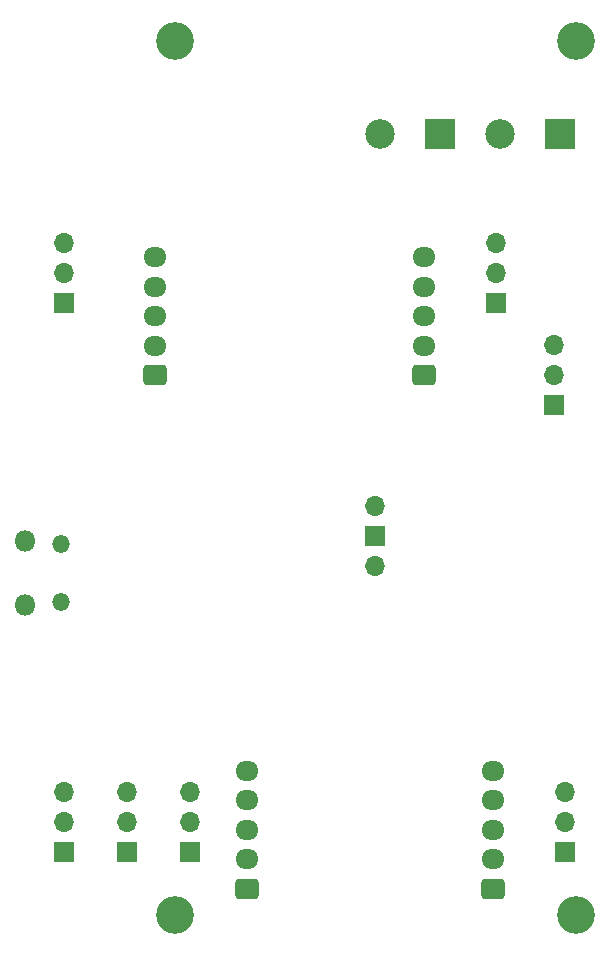
<source format=gbs>
G04 #@! TF.GenerationSoftware,KiCad,Pcbnew,6.0.7+dfsg-1build1*
G04 #@! TF.CreationDate,2023-03-30T21:09:48-07:00*
G04 #@! TF.ProjectId,moduleDriver,6d6f6475-6c65-4447-9269-7665722e6b69,rev?*
G04 #@! TF.SameCoordinates,Original*
G04 #@! TF.FileFunction,Soldermask,Bot*
G04 #@! TF.FilePolarity,Negative*
%FSLAX46Y46*%
G04 Gerber Fmt 4.6, Leading zero omitted, Abs format (unit mm)*
G04 Created by KiCad (PCBNEW 6.0.7+dfsg-1build1) date 2023-03-30 21:09:48*
%MOMM*%
%LPD*%
G01*
G04 APERTURE LIST*
G04 Aperture macros list*
%AMRoundRect*
0 Rectangle with rounded corners*
0 $1 Rounding radius*
0 $2 $3 $4 $5 $6 $7 $8 $9 X,Y pos of 4 corners*
0 Add a 4 corners polygon primitive as box body*
4,1,4,$2,$3,$4,$5,$6,$7,$8,$9,$2,$3,0*
0 Add four circle primitives for the rounded corners*
1,1,$1+$1,$2,$3*
1,1,$1+$1,$4,$5*
1,1,$1+$1,$6,$7*
1,1,$1+$1,$8,$9*
0 Add four rect primitives between the rounded corners*
20,1,$1+$1,$2,$3,$4,$5,0*
20,1,$1+$1,$4,$5,$6,$7,0*
20,1,$1+$1,$6,$7,$8,$9,0*
20,1,$1+$1,$8,$9,$2,$3,0*%
G04 Aperture macros list end*
%ADD10R,1.700000X1.700000*%
%ADD11O,1.700000X1.700000*%
%ADD12RoundRect,0.250000X0.725000X-0.600000X0.725000X0.600000X-0.725000X0.600000X-0.725000X-0.600000X0*%
%ADD13O,1.950000X1.700000*%
%ADD14O,1.500000X1.500000*%
%ADD15O,1.800000X1.800000*%
%ADD16C,3.200000*%
%ADD17R,2.500000X2.500000*%
%ADD18C,2.500000*%
G04 APERTURE END LIST*
D10*
X136056500Y-121651000D03*
D11*
X136056500Y-119111000D03*
X136056500Y-116571000D03*
D12*
X129921000Y-124751250D03*
D13*
X129921000Y-122251250D03*
X129921000Y-119751250D03*
X129921000Y-117251250D03*
X129921000Y-114751250D03*
D14*
X93353000Y-100437500D03*
X93353000Y-95587500D03*
D15*
X90323000Y-95287500D03*
X90323000Y-100737500D03*
D11*
X119923000Y-97428400D03*
D10*
X119923000Y-94888400D03*
D11*
X119923000Y-92348400D03*
D10*
X98921000Y-121651000D03*
D11*
X98921000Y-119111000D03*
X98921000Y-116571000D03*
D10*
X93575000Y-75173750D03*
D11*
X93575000Y-72633750D03*
X93575000Y-70093750D03*
D10*
X104267000Y-121651000D03*
D11*
X104267000Y-119111000D03*
X104267000Y-116571000D03*
D10*
X135056500Y-83830400D03*
D11*
X135056500Y-81290400D03*
X135056500Y-78750400D03*
D16*
X137000000Y-53000000D03*
D17*
X135636000Y-60833000D03*
D18*
X130556000Y-60833000D03*
D16*
X137000000Y-127000000D03*
X103000000Y-53000000D03*
X103000000Y-127000000D03*
D17*
X125476000Y-60833000D03*
D18*
X120396000Y-60833000D03*
D12*
X124104400Y-81273750D03*
D13*
X124104400Y-78773750D03*
X124104400Y-76273750D03*
X124104400Y-73773750D03*
X124104400Y-71273750D03*
D10*
X130200400Y-75173750D03*
D11*
X130200400Y-72633750D03*
X130200400Y-70093750D03*
D10*
X93575000Y-121651000D03*
D11*
X93575000Y-119111000D03*
X93575000Y-116571000D03*
D12*
X101329000Y-81273750D03*
D13*
X101329000Y-78773750D03*
X101329000Y-76273750D03*
X101329000Y-73773750D03*
X101329000Y-71273750D03*
D12*
X109140000Y-124751250D03*
D13*
X109140000Y-122251250D03*
X109140000Y-119751250D03*
X109140000Y-117251250D03*
X109140000Y-114751250D03*
M02*

</source>
